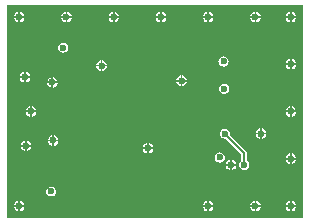
<source format=gbl>
%FSAX44Y44*%
%MOMM*%
G71*
G01*
G75*
G04 Layer_Physical_Order=4*
G04 Layer_Color=16711680*
%ADD10R,2.0320X0.7620*%
%ADD11R,0.6000X0.6000*%
%ADD12O,1.8000X0.4500*%
%ADD13R,0.5000X0.6000*%
%ADD14R,0.9000X0.7000*%
%ADD15R,0.6000X0.5000*%
%ADD16R,2.1000X1.4750*%
%ADD17R,1.3800X0.4500*%
%ADD18R,1.9000X2.3750*%
%ADD19R,1.9000X1.1750*%
%ADD20R,0.7000X0.9000*%
%ADD21R,1.4000X0.7000*%
%ADD22O,2.1000X0.3500*%
%ADD23C,0.2000*%
%ADD24C,0.3000*%
%ADD25C,0.6000*%
%ADD26C,1.0160*%
%ADD27C,1.3000*%
G04:AMPARAMS|DCode=28|XSize=1.4mm|YSize=1.4mm|CornerRadius=0mm|HoleSize=0mm|Usage=FLASHONLY|Rotation=0.000|XOffset=0mm|YOffset=0mm|HoleType=Round|Shape=Relief|Width=0.15mm|Gap=0.15mm|Entries=4|*
%AMTHD28*
7,0,0,1.4000,1.1000,0.1500,45*
%
%ADD28THD28*%
G36*
X00504000Y00254000D02*
X00254000D01*
X00254000Y00254000D01*
Y00434000D01*
X00504000D01*
Y00254000D01*
D02*
G37*
%LPC*%
G36*
X00292000Y00318625D02*
X00288310D01*
X00288366Y00318200D01*
X00288819Y00317106D01*
X00289541Y00316166D01*
X00290481Y00315444D01*
X00291575Y00314991D01*
X00292000Y00314935D01*
Y00318625D01*
D02*
G37*
G36*
X00373750Y00317190D02*
Y00313500D01*
X00377440D01*
X00377384Y00313925D01*
X00376931Y00315019D01*
X00376209Y00315959D01*
X00375269Y00316681D01*
X00374175Y00317134D01*
X00373750Y00317190D01*
D02*
G37*
G36*
X00372250D02*
X00371825Y00317134D01*
X00370731Y00316681D01*
X00369790Y00315959D01*
X00369069Y00315019D01*
X00368616Y00313925D01*
X00368560Y00313500D01*
X00372250D01*
Y00317190D01*
D02*
G37*
G36*
X00270500Y00319315D02*
Y00315625D01*
X00274190D01*
X00274134Y00316050D01*
X00273681Y00317144D01*
X00272959Y00318084D01*
X00272019Y00318806D01*
X00270925Y00319259D01*
X00270500Y00319315D01*
D02*
G37*
G36*
X00269000D02*
X00268575Y00319259D01*
X00267481Y00318806D01*
X00266541Y00318084D01*
X00265819Y00317144D01*
X00265366Y00316050D01*
X00265310Y00315625D01*
X00269000D01*
Y00319315D01*
D02*
G37*
G36*
X00297190Y00318625D02*
X00293500D01*
Y00314935D01*
X00293925Y00314991D01*
X00295019Y00315444D01*
X00295959Y00316166D01*
X00296681Y00317106D01*
X00297134Y00318200D01*
X00297190Y00318625D01*
D02*
G37*
G36*
X00372250Y00312000D02*
X00368560D01*
X00368616Y00311575D01*
X00369069Y00310481D01*
X00369790Y00309541D01*
X00370731Y00308819D01*
X00371825Y00308366D01*
X00372250Y00308310D01*
Y00312000D01*
D02*
G37*
G36*
X00494750Y00308440D02*
Y00304750D01*
X00498440D01*
X00498384Y00305175D01*
X00497931Y00306269D01*
X00497209Y00307209D01*
X00496269Y00307931D01*
X00495175Y00308384D01*
X00494750Y00308440D01*
D02*
G37*
G36*
X00493250D02*
X00492825Y00308384D01*
X00491731Y00307931D01*
X00490791Y00307209D01*
X00490069Y00306269D01*
X00489616Y00305175D01*
X00489560Y00304750D01*
X00493250D01*
Y00308440D01*
D02*
G37*
G36*
X00274190Y00314125D02*
X00270500D01*
Y00310435D01*
X00270925Y00310491D01*
X00272019Y00310944D01*
X00272959Y00311665D01*
X00273681Y00312606D01*
X00274134Y00313700D01*
X00274190Y00314125D01*
D02*
G37*
G36*
X00269000D02*
X00265310D01*
X00265366Y00313700D01*
X00265819Y00312606D01*
X00266541Y00311665D01*
X00267481Y00310944D01*
X00268575Y00310491D01*
X00269000Y00310435D01*
Y00314125D01*
D02*
G37*
G36*
X00377440Y00312000D02*
X00373750D01*
Y00308310D01*
X00374175Y00308366D01*
X00375269Y00308819D01*
X00376209Y00309541D01*
X00376931Y00310481D01*
X00377384Y00311575D01*
X00377440Y00312000D01*
D02*
G37*
G36*
X00292000Y00323815D02*
X00291575Y00323759D01*
X00290481Y00323306D01*
X00289541Y00322584D01*
X00288819Y00321644D01*
X00288366Y00320550D01*
X00288310Y00320125D01*
X00292000D01*
Y00323815D01*
D02*
G37*
G36*
X00498440Y00343250D02*
X00494750D01*
Y00339560D01*
X00495175Y00339616D01*
X00496269Y00340069D01*
X00497209Y00340791D01*
X00497931Y00341731D01*
X00498384Y00342825D01*
X00498440Y00343250D01*
D02*
G37*
G36*
X00493250D02*
X00489560D01*
X00489616Y00342825D01*
X00490069Y00341731D01*
X00490791Y00340791D01*
X00491731Y00340069D01*
X00492825Y00339616D01*
X00493250Y00339560D01*
Y00343250D01*
D02*
G37*
G36*
X00278440D02*
X00274750D01*
Y00339560D01*
X00275175Y00339616D01*
X00276269Y00340069D01*
X00277209Y00340791D01*
X00277931Y00341731D01*
X00278384Y00342825D01*
X00278440Y00343250D01*
D02*
G37*
G36*
X00493250Y00348440D02*
X00492825Y00348384D01*
X00491731Y00347931D01*
X00490791Y00347209D01*
X00490069Y00346269D01*
X00489616Y00345175D01*
X00489560Y00344750D01*
X00493250D01*
Y00348440D01*
D02*
G37*
G36*
X00274750D02*
Y00344750D01*
X00278440D01*
X00278384Y00345175D01*
X00277931Y00346269D01*
X00277209Y00347209D01*
X00276269Y00347931D01*
X00275175Y00348384D01*
X00274750Y00348440D01*
D02*
G37*
G36*
X00273250D02*
X00272825Y00348384D01*
X00271731Y00347931D01*
X00270791Y00347209D01*
X00270069Y00346269D01*
X00269616Y00345175D01*
X00269560Y00344750D01*
X00273250D01*
Y00348440D01*
D02*
G37*
G36*
X00473190Y00324500D02*
X00469500D01*
Y00320810D01*
X00469925Y00320866D01*
X00471019Y00321319D01*
X00471959Y00322041D01*
X00472681Y00322981D01*
X00473134Y00324075D01*
X00473190Y00324500D01*
D02*
G37*
G36*
X00468000D02*
X00464310D01*
X00464366Y00324075D01*
X00464819Y00322981D01*
X00465541Y00322041D01*
X00466481Y00321319D01*
X00467575Y00320866D01*
X00468000Y00320810D01*
Y00324500D01*
D02*
G37*
G36*
X00293500Y00323815D02*
Y00320125D01*
X00297190D01*
X00297134Y00320550D01*
X00296681Y00321644D01*
X00295959Y00322584D01*
X00295019Y00323306D01*
X00293925Y00323759D01*
X00293500Y00323815D01*
D02*
G37*
G36*
X00273250Y00343250D02*
X00269560D01*
X00269616Y00342825D01*
X00270069Y00341731D01*
X00270791Y00340791D01*
X00271731Y00340069D01*
X00272825Y00339616D01*
X00273250Y00339560D01*
Y00343250D01*
D02*
G37*
G36*
X00469500Y00329690D02*
Y00326000D01*
X00473190D01*
X00473134Y00326425D01*
X00472681Y00327519D01*
X00471959Y00328459D01*
X00471019Y00329181D01*
X00469925Y00329634D01*
X00469500Y00329690D01*
D02*
G37*
G36*
X00468000D02*
X00467575Y00329634D01*
X00466481Y00329181D01*
X00465541Y00328459D01*
X00464819Y00327519D01*
X00464366Y00326425D01*
X00464310Y00326000D01*
X00468000D01*
Y00329690D01*
D02*
G37*
G36*
X00263250Y00268440D02*
X00262825Y00268384D01*
X00261731Y00267931D01*
X00260791Y00267209D01*
X00260069Y00266269D01*
X00259616Y00265175D01*
X00259560Y00264750D01*
X00263250D01*
Y00268440D01*
D02*
G37*
G36*
X00498440Y00263250D02*
X00494750D01*
Y00259560D01*
X00495175Y00259616D01*
X00496269Y00260069D01*
X00497209Y00260791D01*
X00497931Y00261731D01*
X00498384Y00262825D01*
X00498440Y00263250D01*
D02*
G37*
G36*
X00493250D02*
X00489560D01*
X00489616Y00262825D01*
X00490069Y00261731D01*
X00490791Y00260791D01*
X00491731Y00260069D01*
X00492825Y00259616D01*
X00493250Y00259560D01*
Y00263250D01*
D02*
G37*
G36*
X00424750Y00268440D02*
Y00264750D01*
X00428440D01*
X00428384Y00265175D01*
X00427931Y00266269D01*
X00427209Y00267209D01*
X00426269Y00267931D01*
X00425175Y00268384D01*
X00424750Y00268440D01*
D02*
G37*
G36*
X00423250D02*
X00422825Y00268384D01*
X00421731Y00267931D01*
X00420790Y00267209D01*
X00420069Y00266269D01*
X00419616Y00265175D01*
X00419560Y00264750D01*
X00423250D01*
Y00268440D01*
D02*
G37*
G36*
X00264750D02*
Y00264750D01*
X00268440D01*
X00268384Y00265175D01*
X00267931Y00266269D01*
X00267209Y00267209D01*
X00266269Y00267931D01*
X00265175Y00268384D01*
X00264750Y00268440D01*
D02*
G37*
G36*
X00423250Y00263250D02*
X00419560D01*
X00419616Y00262825D01*
X00420069Y00261731D01*
X00420790Y00260791D01*
X00421731Y00260069D01*
X00422825Y00259616D01*
X00423250Y00259560D01*
Y00263250D01*
D02*
G37*
G36*
X00268440D02*
X00264750D01*
Y00259560D01*
X00265175Y00259616D01*
X00266269Y00260069D01*
X00267209Y00260791D01*
X00267931Y00261731D01*
X00268384Y00262825D01*
X00268440Y00263250D01*
D02*
G37*
G36*
X00263250D02*
X00259560D01*
X00259616Y00262825D01*
X00260069Y00261731D01*
X00260791Y00260791D01*
X00261731Y00260069D01*
X00262825Y00259616D01*
X00263250Y00259560D01*
Y00263250D01*
D02*
G37*
G36*
X00468440D02*
X00464750D01*
Y00259560D01*
X00465175Y00259616D01*
X00466269Y00260069D01*
X00467210Y00260791D01*
X00467931Y00261731D01*
X00468384Y00262825D01*
X00468440Y00263250D01*
D02*
G37*
G36*
X00463250D02*
X00459560D01*
X00459616Y00262825D01*
X00460069Y00261731D01*
X00460791Y00260791D01*
X00461731Y00260069D01*
X00462825Y00259616D01*
X00463250Y00259560D01*
Y00263250D01*
D02*
G37*
G36*
X00428440D02*
X00424750D01*
Y00259560D01*
X00425175Y00259616D01*
X00426269Y00260069D01*
X00427209Y00260791D01*
X00427931Y00261731D01*
X00428384Y00262825D01*
X00428440Y00263250D01*
D02*
G37*
G36*
X00463250Y00268440D02*
X00462825Y00268384D01*
X00461731Y00267931D01*
X00460791Y00267209D01*
X00460069Y00266269D01*
X00459616Y00265175D01*
X00459560Y00264750D01*
X00463250D01*
Y00268440D01*
D02*
G37*
G36*
X00444000Y00303190D02*
Y00299500D01*
X00447690D01*
X00447634Y00299925D01*
X00447181Y00301019D01*
X00446459Y00301959D01*
X00445519Y00302681D01*
X00444425Y00303134D01*
X00444000Y00303190D01*
D02*
G37*
G36*
X00442500D02*
X00442075Y00303134D01*
X00440981Y00302681D01*
X00440041Y00301959D01*
X00439319Y00301019D01*
X00438866Y00299925D01*
X00438810Y00299500D01*
X00442500D01*
Y00303190D01*
D02*
G37*
G36*
X00438160Y00329487D02*
X00437051Y00329341D01*
X00436017Y00328912D01*
X00435129Y00328231D01*
X00434448Y00327343D01*
X00434019Y00326310D01*
X00433873Y00325200D01*
X00434019Y00324090D01*
X00434448Y00323057D01*
X00435129Y00322169D01*
X00436017Y00321488D01*
X00437051Y00321059D01*
X00438160Y00320913D01*
X00439081Y00321035D01*
X00452206Y00307910D01*
Y00302347D01*
X00451469Y00301781D01*
X00450788Y00300893D01*
X00450359Y00299860D01*
X00450213Y00298750D01*
X00450359Y00297640D01*
X00450788Y00296607D01*
X00451469Y00295719D01*
X00452357Y00295038D01*
X00453391Y00294609D01*
X00454500Y00294463D01*
X00455610Y00294609D01*
X00456643Y00295038D01*
X00457531Y00295719D01*
X00458212Y00296607D01*
X00458641Y00297640D01*
X00458787Y00298750D01*
X00458641Y00299860D01*
X00458212Y00300893D01*
X00457531Y00301781D01*
X00456794Y00302347D01*
Y00308860D01*
X00456648Y00309592D01*
X00456619Y00309738D01*
X00456122Y00310482D01*
X00442325Y00324279D01*
X00442447Y00325200D01*
X00442301Y00326310D01*
X00441872Y00327343D01*
X00441191Y00328231D01*
X00440303Y00328912D01*
X00439269Y00329341D01*
X00438160Y00329487D01*
D02*
G37*
G36*
X00433750Y00309287D02*
X00432640Y00309141D01*
X00431607Y00308712D01*
X00430719Y00308031D01*
X00430038Y00307143D01*
X00429609Y00306110D01*
X00429463Y00305000D01*
X00429609Y00303890D01*
X00430038Y00302857D01*
X00430719Y00301969D01*
X00431607Y00301288D01*
X00432640Y00300859D01*
X00433750Y00300713D01*
X00434860Y00300859D01*
X00435893Y00301288D01*
X00436781Y00301969D01*
X00437462Y00302857D01*
X00437891Y00303890D01*
X00438037Y00305000D01*
X00437891Y00306110D01*
X00437462Y00307143D01*
X00436781Y00308031D01*
X00435893Y00308712D01*
X00434860Y00309141D01*
X00433750Y00309287D01*
D02*
G37*
G36*
X00498440Y00303250D02*
X00494750D01*
Y00299560D01*
X00495175Y00299616D01*
X00496269Y00300069D01*
X00497209Y00300791D01*
X00497931Y00301731D01*
X00498384Y00302825D01*
X00498440Y00303250D01*
D02*
G37*
G36*
X00493250D02*
X00489560D01*
X00489616Y00302825D01*
X00490069Y00301731D01*
X00490791Y00300791D01*
X00491731Y00300069D01*
X00492825Y00299616D01*
X00493250Y00299560D01*
Y00303250D01*
D02*
G37*
G36*
X00494750Y00268440D02*
Y00264750D01*
X00498440D01*
X00498384Y00265175D01*
X00497931Y00266269D01*
X00497209Y00267209D01*
X00496269Y00267931D01*
X00495175Y00268384D01*
X00494750Y00268440D01*
D02*
G37*
G36*
X00493250D02*
X00492825Y00268384D01*
X00491731Y00267931D01*
X00490791Y00267209D01*
X00490069Y00266269D01*
X00489616Y00265175D01*
X00489560Y00264750D01*
X00493250D01*
Y00268440D01*
D02*
G37*
G36*
X00464750D02*
Y00264750D01*
X00468440D01*
X00468384Y00265175D01*
X00467931Y00266269D01*
X00467210Y00267209D01*
X00466269Y00267931D01*
X00465175Y00268384D01*
X00464750Y00268440D01*
D02*
G37*
G36*
X00447690Y00298000D02*
X00444000D01*
Y00294310D01*
X00444425Y00294366D01*
X00445519Y00294819D01*
X00446459Y00295541D01*
X00447181Y00296481D01*
X00447634Y00297575D01*
X00447690Y00298000D01*
D02*
G37*
G36*
X00442500D02*
X00438810D01*
X00438866Y00297575D01*
X00439319Y00296481D01*
X00440041Y00295541D01*
X00440981Y00294819D01*
X00442075Y00294366D01*
X00442500Y00294310D01*
Y00298000D01*
D02*
G37*
G36*
X00291000Y00280537D02*
X00289890Y00280391D01*
X00288857Y00279962D01*
X00287969Y00279281D01*
X00287288Y00278393D01*
X00286859Y00277360D01*
X00286713Y00276250D01*
X00286859Y00275140D01*
X00287288Y00274107D01*
X00287969Y00273219D01*
X00288857Y00272538D01*
X00289890Y00272109D01*
X00291000Y00271963D01*
X00292110Y00272109D01*
X00293143Y00272538D01*
X00294031Y00273219D01*
X00294712Y00274107D01*
X00295141Y00275140D01*
X00295287Y00276250D01*
X00295141Y00277360D01*
X00294712Y00278393D01*
X00294031Y00279281D01*
X00293143Y00279962D01*
X00292110Y00280391D01*
X00291000Y00280537D01*
D02*
G37*
G36*
X00494750Y00348440D02*
Y00344750D01*
X00498440D01*
X00498384Y00345175D01*
X00497931Y00346269D01*
X00497209Y00347209D01*
X00496269Y00347931D01*
X00495175Y00348384D01*
X00494750Y00348440D01*
D02*
G37*
G36*
X00468440Y00423250D02*
X00464750D01*
Y00419560D01*
X00465175Y00419616D01*
X00466269Y00420069D01*
X00467210Y00420790D01*
X00467931Y00421731D01*
X00468384Y00422825D01*
X00468440Y00423250D01*
D02*
G37*
G36*
X00463250D02*
X00459560D01*
X00459616Y00422825D01*
X00460069Y00421731D01*
X00460791Y00420790D01*
X00461731Y00420069D01*
X00462825Y00419616D01*
X00463250Y00419560D01*
Y00423250D01*
D02*
G37*
G36*
X00428440D02*
X00424750D01*
Y00419560D01*
X00425175Y00419616D01*
X00426269Y00420069D01*
X00427209Y00420790D01*
X00427931Y00421731D01*
X00428384Y00422825D01*
X00428440Y00423250D01*
D02*
G37*
G36*
X00263250Y00428440D02*
X00262825Y00428384D01*
X00261731Y00427931D01*
X00260791Y00427209D01*
X00260069Y00426269D01*
X00259616Y00425175D01*
X00259560Y00424750D01*
X00263250D01*
Y00428440D01*
D02*
G37*
G36*
X00498440Y00423250D02*
X00494750D01*
Y00419560D01*
X00495175Y00419616D01*
X00496269Y00420069D01*
X00497209Y00420790D01*
X00497931Y00421731D01*
X00498384Y00422825D01*
X00498440Y00423250D01*
D02*
G37*
G36*
X00493250D02*
X00489560D01*
X00489616Y00422825D01*
X00490069Y00421731D01*
X00490791Y00420790D01*
X00491731Y00420069D01*
X00492825Y00419616D01*
X00493250Y00419560D01*
Y00423250D01*
D02*
G37*
G36*
X00348440D02*
X00344750D01*
Y00419560D01*
X00345175Y00419616D01*
X00346269Y00420069D01*
X00347209Y00420790D01*
X00347931Y00421731D01*
X00348384Y00422825D01*
X00348440Y00423250D01*
D02*
G37*
G36*
X00343250D02*
X00339560D01*
X00339616Y00422825D01*
X00340069Y00421731D01*
X00340791Y00420790D01*
X00341731Y00420069D01*
X00342825Y00419616D01*
X00343250Y00419560D01*
Y00423250D01*
D02*
G37*
G36*
X00308440D02*
X00304750D01*
Y00419560D01*
X00305175Y00419616D01*
X00306269Y00420069D01*
X00307209Y00420790D01*
X00307931Y00421731D01*
X00308384Y00422825D01*
X00308440Y00423250D01*
D02*
G37*
G36*
X00423250D02*
X00419560D01*
X00419616Y00422825D01*
X00420069Y00421731D01*
X00420790Y00420790D01*
X00421731Y00420069D01*
X00422825Y00419616D01*
X00423250Y00419560D01*
Y00423250D01*
D02*
G37*
G36*
X00388440D02*
X00384750D01*
Y00419560D01*
X00385175Y00419616D01*
X00386269Y00420069D01*
X00387209Y00420790D01*
X00387931Y00421731D01*
X00388384Y00422825D01*
X00388440Y00423250D01*
D02*
G37*
G36*
X00383250D02*
X00379560D01*
X00379616Y00422825D01*
X00380069Y00421731D01*
X00380791Y00420790D01*
X00381731Y00420069D01*
X00382825Y00419616D01*
X00383250Y00419560D01*
Y00423250D01*
D02*
G37*
G36*
X00264750Y00428440D02*
Y00424750D01*
X00268440D01*
X00268384Y00425175D01*
X00267931Y00426269D01*
X00267209Y00427209D01*
X00266269Y00427931D01*
X00265175Y00428384D01*
X00264750Y00428440D01*
D02*
G37*
G36*
X00463250D02*
X00462825Y00428384D01*
X00461731Y00427931D01*
X00460791Y00427209D01*
X00460069Y00426269D01*
X00459616Y00425175D01*
X00459560Y00424750D01*
X00463250D01*
Y00428440D01*
D02*
G37*
G36*
X00424750D02*
Y00424750D01*
X00428440D01*
X00428384Y00425175D01*
X00427931Y00426269D01*
X00427209Y00427209D01*
X00426269Y00427931D01*
X00425175Y00428384D01*
X00424750Y00428440D01*
D02*
G37*
G36*
X00423250D02*
X00422825Y00428384D01*
X00421731Y00427931D01*
X00420790Y00427209D01*
X00420069Y00426269D01*
X00419616Y00425175D01*
X00419560Y00424750D01*
X00423250D01*
Y00428440D01*
D02*
G37*
G36*
X00494750D02*
Y00424750D01*
X00498440D01*
X00498384Y00425175D01*
X00497931Y00426269D01*
X00497209Y00427209D01*
X00496269Y00427931D01*
X00495175Y00428384D01*
X00494750Y00428440D01*
D02*
G37*
G36*
X00493250D02*
X00492825Y00428384D01*
X00491731Y00427931D01*
X00490791Y00427209D01*
X00490069Y00426269D01*
X00489616Y00425175D01*
X00489560Y00424750D01*
X00493250D01*
Y00428440D01*
D02*
G37*
G36*
X00464750D02*
Y00424750D01*
X00468440D01*
X00468384Y00425175D01*
X00467931Y00426269D01*
X00467210Y00427209D01*
X00466269Y00427931D01*
X00465175Y00428384D01*
X00464750Y00428440D01*
D02*
G37*
G36*
X00343250D02*
X00342825Y00428384D01*
X00341731Y00427931D01*
X00340791Y00427209D01*
X00340069Y00426269D01*
X00339616Y00425175D01*
X00339560Y00424750D01*
X00343250D01*
Y00428440D01*
D02*
G37*
G36*
X00304750D02*
Y00424750D01*
X00308440D01*
X00308384Y00425175D01*
X00307931Y00426269D01*
X00307209Y00427209D01*
X00306269Y00427931D01*
X00305175Y00428384D01*
X00304750Y00428440D01*
D02*
G37*
G36*
X00303250D02*
X00302825Y00428384D01*
X00301731Y00427931D01*
X00300791Y00427209D01*
X00300069Y00426269D01*
X00299616Y00425175D01*
X00299560Y00424750D01*
X00303250D01*
Y00428440D01*
D02*
G37*
G36*
X00384750D02*
Y00424750D01*
X00388440D01*
X00388384Y00425175D01*
X00387931Y00426269D01*
X00387209Y00427209D01*
X00386269Y00427931D01*
X00385175Y00428384D01*
X00384750Y00428440D01*
D02*
G37*
G36*
X00383250D02*
X00382825Y00428384D01*
X00381731Y00427931D01*
X00380791Y00427209D01*
X00380069Y00426269D01*
X00379616Y00425175D01*
X00379560Y00424750D01*
X00383250D01*
Y00428440D01*
D02*
G37*
G36*
X00344750D02*
Y00424750D01*
X00348440D01*
X00348384Y00425175D01*
X00347931Y00426269D01*
X00347209Y00427209D01*
X00346269Y00427931D01*
X00345175Y00428384D01*
X00344750Y00428440D01*
D02*
G37*
G36*
X00303250Y00423250D02*
X00299560D01*
X00299616Y00422825D01*
X00300069Y00421731D01*
X00300791Y00420790D01*
X00301731Y00420069D01*
X00302825Y00419616D01*
X00303250Y00419560D01*
Y00423250D01*
D02*
G37*
G36*
X00292750Y00373065D02*
Y00369375D01*
X00296440D01*
X00296384Y00369800D01*
X00295931Y00370894D01*
X00295209Y00371834D01*
X00294269Y00372556D01*
X00293175Y00373009D01*
X00292750Y00373065D01*
D02*
G37*
G36*
X00291250D02*
X00290825Y00373009D01*
X00289731Y00372556D01*
X00288791Y00371834D01*
X00288069Y00370894D01*
X00287616Y00369800D01*
X00287560Y00369375D01*
X00291250D01*
Y00373065D01*
D02*
G37*
G36*
X00273440Y00372375D02*
X00269750D01*
Y00368685D01*
X00270175Y00368741D01*
X00271269Y00369194D01*
X00272209Y00369916D01*
X00272931Y00370856D01*
X00273384Y00371950D01*
X00273440Y00372375D01*
D02*
G37*
G36*
X00268250Y00377565D02*
X00267825Y00377509D01*
X00266731Y00377056D01*
X00265791Y00376334D01*
X00265069Y00375394D01*
X00264616Y00374300D01*
X00264560Y00373875D01*
X00268250D01*
Y00377565D01*
D02*
G37*
G36*
X00402250Y00374440D02*
Y00370750D01*
X00405940D01*
X00405884Y00371175D01*
X00405431Y00372269D01*
X00404710Y00373209D01*
X00403769Y00373931D01*
X00402675Y00374384D01*
X00402250Y00374440D01*
D02*
G37*
G36*
X00400750D02*
X00400325Y00374384D01*
X00399231Y00373931D01*
X00398291Y00373209D01*
X00397569Y00372269D01*
X00397116Y00371175D01*
X00397060Y00370750D01*
X00400750D01*
Y00374440D01*
D02*
G37*
G36*
X00296440Y00367875D02*
X00292750D01*
Y00364185D01*
X00293175Y00364241D01*
X00294269Y00364694D01*
X00295209Y00365416D01*
X00295931Y00366356D01*
X00296384Y00367450D01*
X00296440Y00367875D01*
D02*
G37*
G36*
X00291250D02*
X00287560D01*
X00287616Y00367450D01*
X00288069Y00366356D01*
X00288791Y00365416D01*
X00289731Y00364694D01*
X00290825Y00364241D01*
X00291250Y00364185D01*
Y00367875D01*
D02*
G37*
G36*
X00437500Y00367537D02*
X00436390Y00367391D01*
X00435357Y00366962D01*
X00434469Y00366281D01*
X00433788Y00365393D01*
X00433359Y00364360D01*
X00433213Y00363250D01*
X00433359Y00362141D01*
X00433788Y00361107D01*
X00434469Y00360219D01*
X00435357Y00359538D01*
X00436390Y00359109D01*
X00437500Y00358963D01*
X00438610Y00359109D01*
X00439643Y00359538D01*
X00440531Y00360219D01*
X00441212Y00361107D01*
X00441641Y00362141D01*
X00441787Y00363250D01*
X00441641Y00364360D01*
X00441212Y00365393D01*
X00440531Y00366281D01*
X00439643Y00366962D01*
X00438610Y00367391D01*
X00437500Y00367537D01*
D02*
G37*
G36*
X00268250Y00372375D02*
X00264560D01*
X00264616Y00371950D01*
X00265069Y00370856D01*
X00265791Y00369916D01*
X00266731Y00369194D01*
X00267825Y00368741D01*
X00268250Y00368685D01*
Y00372375D01*
D02*
G37*
G36*
X00405940Y00369250D02*
X00402250D01*
Y00365560D01*
X00402675Y00365616D01*
X00403769Y00366069D01*
X00404710Y00366791D01*
X00405431Y00367731D01*
X00405884Y00368825D01*
X00405940Y00369250D01*
D02*
G37*
G36*
X00400750D02*
X00397060D01*
X00397116Y00368825D01*
X00397569Y00367731D01*
X00398291Y00366791D01*
X00399231Y00366069D01*
X00400325Y00365616D01*
X00400750Y00365560D01*
Y00369250D01*
D02*
G37*
G36*
X00269750Y00377565D02*
Y00373875D01*
X00273440D01*
X00273384Y00374300D01*
X00272931Y00375394D01*
X00272209Y00376334D01*
X00271269Y00377056D01*
X00270175Y00377509D01*
X00269750Y00377565D01*
D02*
G37*
G36*
X00494750Y00388440D02*
Y00384750D01*
X00498440D01*
X00498384Y00385175D01*
X00497931Y00386269D01*
X00497209Y00387209D01*
X00496269Y00387931D01*
X00495175Y00388384D01*
X00494750Y00388440D01*
D02*
G37*
G36*
X00493250D02*
X00492825Y00388384D01*
X00491731Y00387931D01*
X00490791Y00387209D01*
X00490069Y00386269D01*
X00489616Y00385175D01*
X00489560Y00384750D01*
X00493250D01*
Y00388440D01*
D02*
G37*
G36*
X00334500Y00387190D02*
Y00383500D01*
X00338190D01*
X00338134Y00383925D01*
X00337681Y00385019D01*
X00336959Y00385960D01*
X00336019Y00386681D01*
X00334925Y00387134D01*
X00334500Y00387190D01*
D02*
G37*
G36*
X00268440Y00423250D02*
X00264750D01*
Y00419560D01*
X00265175Y00419616D01*
X00266269Y00420069D01*
X00267209Y00420790D01*
X00267931Y00421731D01*
X00268384Y00422825D01*
X00268440Y00423250D01*
D02*
G37*
G36*
X00263250D02*
X00259560D01*
X00259616Y00422825D01*
X00260069Y00421731D01*
X00260791Y00420790D01*
X00261731Y00420069D01*
X00262825Y00419616D01*
X00263250Y00419560D01*
Y00423250D01*
D02*
G37*
G36*
X00301250Y00402287D02*
X00300140Y00402141D01*
X00299107Y00401712D01*
X00298219Y00401031D01*
X00297538Y00400143D01*
X00297109Y00399109D01*
X00296963Y00398000D01*
X00297109Y00396890D01*
X00297538Y00395857D01*
X00298219Y00394969D01*
X00299107Y00394288D01*
X00300140Y00393859D01*
X00301250Y00393713D01*
X00302360Y00393859D01*
X00303393Y00394288D01*
X00304281Y00394969D01*
X00304962Y00395857D01*
X00305391Y00396890D01*
X00305537Y00398000D01*
X00305391Y00399109D01*
X00304962Y00400143D01*
X00304281Y00401031D01*
X00303393Y00401712D01*
X00302360Y00402141D01*
X00301250Y00402287D01*
D02*
G37*
G36*
X00493250Y00383250D02*
X00489560D01*
X00489616Y00382825D01*
X00490069Y00381731D01*
X00490791Y00380791D01*
X00491731Y00380069D01*
X00492825Y00379616D01*
X00493250Y00379560D01*
Y00383250D01*
D02*
G37*
G36*
X00338190Y00382000D02*
X00334500D01*
Y00378310D01*
X00334925Y00378366D01*
X00336019Y00378819D01*
X00336959Y00379541D01*
X00337681Y00380481D01*
X00338134Y00381575D01*
X00338190Y00382000D01*
D02*
G37*
G36*
X00333000D02*
X00329310D01*
X00329366Y00381575D01*
X00329819Y00380481D01*
X00330541Y00379541D01*
X00331481Y00378819D01*
X00332575Y00378366D01*
X00333000Y00378310D01*
Y00382000D01*
D02*
G37*
G36*
Y00387190D02*
X00332575Y00387134D01*
X00331481Y00386681D01*
X00330541Y00385960D01*
X00329819Y00385019D01*
X00329366Y00383925D01*
X00329310Y00383500D01*
X00333000D01*
Y00387190D01*
D02*
G37*
G36*
X00437000Y00390537D02*
X00435891Y00390391D01*
X00434857Y00389962D01*
X00433969Y00389281D01*
X00433288Y00388393D01*
X00432859Y00387360D01*
X00432713Y00386250D01*
X00432859Y00385140D01*
X00433288Y00384107D01*
X00433969Y00383219D01*
X00434857Y00382538D01*
X00435891Y00382109D01*
X00437000Y00381963D01*
X00438110Y00382109D01*
X00439143Y00382538D01*
X00440031Y00383219D01*
X00440712Y00384107D01*
X00441141Y00385140D01*
X00441287Y00386250D01*
X00441141Y00387360D01*
X00440712Y00388393D01*
X00440031Y00389281D01*
X00439143Y00389962D01*
X00438110Y00390391D01*
X00437000Y00390537D01*
D02*
G37*
G36*
X00498440Y00383250D02*
X00494750D01*
Y00379560D01*
X00495175Y00379616D01*
X00496269Y00380069D01*
X00497209Y00380791D01*
X00497931Y00381731D01*
X00498384Y00382825D01*
X00498440Y00383250D01*
D02*
G37*
%LPD*%
D23*
X00438160Y00325200D02*
X00454500Y00308860D01*
Y00298750D02*
Y00308860D01*
D25*
X00437000Y00386250D02*
D03*
X00437500Y00363250D02*
D03*
X00468750Y00325250D02*
D03*
X00454500Y00298750D02*
D03*
X00438160Y00325200D02*
D03*
X00433750Y00305000D02*
D03*
X00292000Y00368625D02*
D03*
X00292750Y00319375D02*
D03*
X00269750Y00314875D02*
D03*
X00269000Y00373125D02*
D03*
X00264000Y00264000D02*
D03*
X00333750Y00382750D02*
D03*
X00424000Y00264000D02*
D03*
X00464000D02*
D03*
X00494000Y00304000D02*
D03*
Y00264000D02*
D03*
Y00344000D02*
D03*
Y00384000D02*
D03*
X00401500Y00370000D02*
D03*
X00373000Y00312750D02*
D03*
X00274000Y00344000D02*
D03*
X00494000Y00424000D02*
D03*
X00264000D02*
D03*
X00424000D02*
D03*
X00344000D02*
D03*
X00304000D02*
D03*
X00384000D02*
D03*
X00464000D02*
D03*
X00291000Y00276250D02*
D03*
X00301250Y00398000D02*
D03*
X00443250Y00298750D02*
D03*
M02*

</source>
